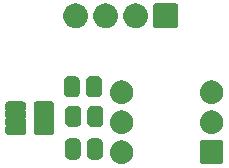
<source format=gbr>
G04 #@! TF.GenerationSoftware,KiCad,Pcbnew,7.0.9*
G04 #@! TF.CreationDate,2024-02-07T11:32:08+05:45*
G04 #@! TF.ProjectId,OBC-v4.0,4f42432d-7634-42e3-902e-6b696361645f,rev?*
G04 #@! TF.SameCoordinates,Original*
G04 #@! TF.FileFunction,Soldermask,Top*
G04 #@! TF.FilePolarity,Negative*
%FSLAX46Y46*%
G04 Gerber Fmt 4.6, Leading zero omitted, Abs format (unit mm)*
G04 Created by KiCad (PCBNEW 7.0.9) date 2024-02-07 11:32:08*
%MOMM*%
%LPD*%
G01*
G04 APERTURE LIST*
G04 APERTURE END LIST*
G36*
X119181224Y-94119799D02*
G01*
X119224718Y-94119799D01*
X119273158Y-94128853D01*
X119327590Y-94134215D01*
X119368938Y-94146757D01*
X119406018Y-94153689D01*
X119457368Y-94173582D01*
X119515183Y-94191120D01*
X119548220Y-94208778D01*
X119578001Y-94220316D01*
X119629745Y-94252354D01*
X119688070Y-94283530D01*
X119712576Y-94303641D01*
X119734811Y-94317409D01*
X119784075Y-94362319D01*
X119839607Y-94407893D01*
X119856063Y-94427945D01*
X119871111Y-94441663D01*
X119914797Y-94499513D01*
X119963970Y-94559430D01*
X119973477Y-94577218D01*
X119982262Y-94588850D01*
X120017213Y-94659040D01*
X120056380Y-94732317D01*
X120060556Y-94746086D01*
X120064472Y-94753949D01*
X120087605Y-94835255D01*
X120113285Y-94919910D01*
X120114128Y-94928473D01*
X120114946Y-94931347D01*
X120123443Y-95023047D01*
X120132500Y-95115000D01*
X120123442Y-95206960D01*
X120114946Y-95298652D01*
X120114128Y-95301524D01*
X120113285Y-95310090D01*
X120087600Y-95394759D01*
X120064472Y-95476050D01*
X120060557Y-95483911D01*
X120056380Y-95497683D01*
X120017205Y-95570972D01*
X119982262Y-95641149D01*
X119973479Y-95652778D01*
X119963970Y-95670570D01*
X119914788Y-95730498D01*
X119871111Y-95788336D01*
X119856066Y-95802050D01*
X119839607Y-95822107D01*
X119784064Y-95867689D01*
X119734811Y-95912590D01*
X119712581Y-95926354D01*
X119688070Y-95946470D01*
X119629733Y-95977651D01*
X119578001Y-96009683D01*
X119548227Y-96021217D01*
X119515183Y-96038880D01*
X119457356Y-96056421D01*
X119406018Y-96076310D01*
X119368945Y-96083240D01*
X119327590Y-96095785D01*
X119273155Y-96101146D01*
X119224718Y-96110201D01*
X119181224Y-96110201D01*
X119132500Y-96115000D01*
X119083776Y-96110201D01*
X119040282Y-96110201D01*
X118991843Y-96101146D01*
X118937410Y-96095785D01*
X118896055Y-96083240D01*
X118858981Y-96076310D01*
X118807639Y-96056419D01*
X118749817Y-96038880D01*
X118716775Y-96021218D01*
X118686998Y-96009683D01*
X118635259Y-95977647D01*
X118576930Y-95946470D01*
X118552421Y-95926356D01*
X118530188Y-95912590D01*
X118480925Y-95867681D01*
X118425393Y-95822107D01*
X118408936Y-95802054D01*
X118393888Y-95788336D01*
X118350199Y-95730482D01*
X118301030Y-95670570D01*
X118291522Y-95652783D01*
X118282737Y-95641149D01*
X118247779Y-95570945D01*
X118208620Y-95497683D01*
X118204443Y-95483916D01*
X118200527Y-95476050D01*
X118177382Y-95394706D01*
X118151715Y-95310090D01*
X118150871Y-95301530D01*
X118150053Y-95298652D01*
X118141540Y-95206788D01*
X118132500Y-95115000D01*
X118141539Y-95023219D01*
X118150053Y-94931347D01*
X118150872Y-94928468D01*
X118151715Y-94919910D01*
X118177378Y-94835308D01*
X118200527Y-94753949D01*
X118204444Y-94746081D01*
X118208620Y-94732317D01*
X118247772Y-94659068D01*
X118282737Y-94588850D01*
X118291524Y-94577213D01*
X118301030Y-94559430D01*
X118350189Y-94499528D01*
X118393888Y-94441663D01*
X118408939Y-94427941D01*
X118425393Y-94407893D01*
X118480914Y-94362327D01*
X118530188Y-94317409D01*
X118552426Y-94303639D01*
X118576930Y-94283530D01*
X118635247Y-94252358D01*
X118686998Y-94220316D01*
X118716782Y-94208777D01*
X118749817Y-94191120D01*
X118807627Y-94173583D01*
X118858981Y-94153689D01*
X118896062Y-94146757D01*
X118937410Y-94134215D01*
X118991840Y-94128853D01*
X119040282Y-94119799D01*
X119083776Y-94119799D01*
X119132500Y-94115000D01*
X119181224Y-94119799D01*
G37*
G36*
X127568543Y-94118191D02*
G01*
X127601227Y-94122494D01*
X127609448Y-94126327D01*
X127629037Y-94130224D01*
X127654980Y-94147559D01*
X127666108Y-94152748D01*
X127672878Y-94159518D01*
X127693921Y-94173579D01*
X127707981Y-94194621D01*
X127714751Y-94201391D01*
X127719938Y-94212516D01*
X127737276Y-94238463D01*
X127741172Y-94258053D01*
X127745005Y-94266272D01*
X127749306Y-94298945D01*
X127752500Y-94315000D01*
X127752500Y-95915000D01*
X127749305Y-95931058D01*
X127745005Y-95963727D01*
X127741173Y-95971944D01*
X127737276Y-95991537D01*
X127719937Y-96017485D01*
X127714751Y-96028608D01*
X127707983Y-96035375D01*
X127693921Y-96056421D01*
X127672875Y-96070483D01*
X127666108Y-96077251D01*
X127654985Y-96082437D01*
X127629037Y-96099776D01*
X127609444Y-96103673D01*
X127601227Y-96107505D01*
X127568556Y-96111806D01*
X127552500Y-96115000D01*
X125952500Y-96115000D01*
X125936443Y-96111806D01*
X125903772Y-96107505D01*
X125895553Y-96103672D01*
X125875963Y-96099776D01*
X125850016Y-96082438D01*
X125838891Y-96077251D01*
X125832121Y-96070481D01*
X125811079Y-96056421D01*
X125797018Y-96035378D01*
X125790248Y-96028608D01*
X125785059Y-96017480D01*
X125767724Y-95991537D01*
X125763827Y-95971948D01*
X125759994Y-95963727D01*
X125755690Y-95931041D01*
X125752500Y-95915000D01*
X125752500Y-94315000D01*
X125755690Y-94298958D01*
X125759994Y-94266272D01*
X125763827Y-94258049D01*
X125767724Y-94238463D01*
X125785057Y-94212521D01*
X125790248Y-94201391D01*
X125797020Y-94194618D01*
X125811079Y-94173579D01*
X125832118Y-94159520D01*
X125838891Y-94152748D01*
X125850021Y-94147557D01*
X125875963Y-94130224D01*
X125895549Y-94126327D01*
X125903772Y-94122494D01*
X125936460Y-94118190D01*
X125952500Y-94115000D01*
X127552500Y-94115000D01*
X127568543Y-94118191D01*
G37*
G36*
X115326248Y-93947736D02*
G01*
X115345510Y-93954476D01*
X115358323Y-93956163D01*
X115401823Y-93974181D01*
X115451100Y-93991424D01*
X115460883Y-93998644D01*
X115465086Y-94000385D01*
X115511507Y-94036006D01*
X115557529Y-94069971D01*
X115591499Y-94116000D01*
X115627114Y-94162413D01*
X115628854Y-94166615D01*
X115636076Y-94176400D01*
X115653321Y-94225685D01*
X115671336Y-94269176D01*
X115673022Y-94281986D01*
X115679764Y-94301252D01*
X115687500Y-94383750D01*
X115687500Y-95296250D01*
X115679764Y-95378748D01*
X115673022Y-95398014D01*
X115671336Y-95410823D01*
X115653324Y-95454308D01*
X115636076Y-95503600D01*
X115628853Y-95513386D01*
X115627114Y-95517586D01*
X115591518Y-95563973D01*
X115557529Y-95610029D01*
X115511473Y-95644018D01*
X115465086Y-95679614D01*
X115460886Y-95681353D01*
X115451100Y-95688576D01*
X115401808Y-95705824D01*
X115358323Y-95723836D01*
X115345514Y-95725522D01*
X115326248Y-95732264D01*
X115243750Y-95740000D01*
X114756250Y-95740000D01*
X114673752Y-95732264D01*
X114654485Y-95725522D01*
X114641676Y-95723836D01*
X114598185Y-95705821D01*
X114548900Y-95688576D01*
X114539115Y-95681354D01*
X114534913Y-95679614D01*
X114488500Y-95643999D01*
X114442471Y-95610029D01*
X114408506Y-95564007D01*
X114372885Y-95517586D01*
X114371144Y-95513383D01*
X114363924Y-95503600D01*
X114346681Y-95454323D01*
X114328663Y-95410823D01*
X114326976Y-95398009D01*
X114320236Y-95378748D01*
X114312500Y-95296250D01*
X114312500Y-94383750D01*
X114320236Y-94301252D01*
X114326975Y-94281990D01*
X114328663Y-94269176D01*
X114346683Y-94225669D01*
X114363924Y-94176400D01*
X114371143Y-94166618D01*
X114372885Y-94162413D01*
X114408525Y-94115966D01*
X114442471Y-94069971D01*
X114488466Y-94036025D01*
X114534913Y-94000385D01*
X114539118Y-93998643D01*
X114548900Y-93991424D01*
X114598169Y-93974183D01*
X114641676Y-93956163D01*
X114654490Y-93954475D01*
X114673752Y-93947736D01*
X114756250Y-93940000D01*
X115243750Y-93940000D01*
X115326248Y-93947736D01*
G37*
G36*
X117201248Y-93947736D02*
G01*
X117220510Y-93954476D01*
X117233323Y-93956163D01*
X117276823Y-93974181D01*
X117326100Y-93991424D01*
X117335883Y-93998644D01*
X117340086Y-94000385D01*
X117386507Y-94036006D01*
X117432529Y-94069971D01*
X117466499Y-94116000D01*
X117502114Y-94162413D01*
X117503854Y-94166615D01*
X117511076Y-94176400D01*
X117528321Y-94225685D01*
X117546336Y-94269176D01*
X117548022Y-94281986D01*
X117554764Y-94301252D01*
X117562500Y-94383750D01*
X117562500Y-95296250D01*
X117554764Y-95378748D01*
X117548022Y-95398014D01*
X117546336Y-95410823D01*
X117528324Y-95454308D01*
X117511076Y-95503600D01*
X117503853Y-95513386D01*
X117502114Y-95517586D01*
X117466518Y-95563973D01*
X117432529Y-95610029D01*
X117386473Y-95644018D01*
X117340086Y-95679614D01*
X117335886Y-95681353D01*
X117326100Y-95688576D01*
X117276808Y-95705824D01*
X117233323Y-95723836D01*
X117220514Y-95725522D01*
X117201248Y-95732264D01*
X117118750Y-95740000D01*
X116631250Y-95740000D01*
X116548752Y-95732264D01*
X116529485Y-95725522D01*
X116516676Y-95723836D01*
X116473185Y-95705821D01*
X116423900Y-95688576D01*
X116414115Y-95681354D01*
X116409913Y-95679614D01*
X116363500Y-95643999D01*
X116317471Y-95610029D01*
X116283506Y-95564007D01*
X116247885Y-95517586D01*
X116246144Y-95513383D01*
X116238924Y-95503600D01*
X116221681Y-95454323D01*
X116203663Y-95410823D01*
X116201976Y-95398009D01*
X116195236Y-95378748D01*
X116187500Y-95296250D01*
X116187500Y-94383750D01*
X116195236Y-94301252D01*
X116201975Y-94281990D01*
X116203663Y-94269176D01*
X116221683Y-94225669D01*
X116238924Y-94176400D01*
X116246143Y-94166618D01*
X116247885Y-94162413D01*
X116283525Y-94115966D01*
X116317471Y-94069971D01*
X116363466Y-94036025D01*
X116409913Y-94000385D01*
X116414118Y-93998643D01*
X116423900Y-93991424D01*
X116473169Y-93974183D01*
X116516676Y-93956163D01*
X116529490Y-93954475D01*
X116548752Y-93947736D01*
X116631250Y-93940000D01*
X117118750Y-93940000D01*
X117201248Y-93947736D01*
G37*
G36*
X110837643Y-90826691D02*
G01*
X110870327Y-90830994D01*
X110878548Y-90834827D01*
X110898137Y-90838724D01*
X110924080Y-90856059D01*
X110935208Y-90861248D01*
X110941978Y-90868018D01*
X110963021Y-90882079D01*
X110977081Y-90903121D01*
X110983851Y-90909891D01*
X110989038Y-90921016D01*
X111006376Y-90946963D01*
X111010272Y-90966553D01*
X111014105Y-90974772D01*
X111018406Y-91007445D01*
X111021600Y-91023500D01*
X111021600Y-91455300D01*
X111018406Y-91471352D01*
X111014106Y-91504025D01*
X111010272Y-91512245D01*
X111006376Y-91531837D01*
X110996451Y-91546690D01*
X110996451Y-91592509D01*
X111006376Y-91607363D01*
X111010272Y-91626953D01*
X111014106Y-91635174D01*
X111018407Y-91667850D01*
X111021600Y-91683900D01*
X111021600Y-92115700D01*
X111018406Y-92131752D01*
X111014106Y-92164425D01*
X111010272Y-92172645D01*
X111006376Y-92192237D01*
X110996451Y-92207090D01*
X110996451Y-92252909D01*
X111006376Y-92267763D01*
X111010272Y-92287353D01*
X111014106Y-92295574D01*
X111018407Y-92328250D01*
X111021600Y-92344300D01*
X111021600Y-92776100D01*
X111018406Y-92792152D01*
X111014106Y-92824825D01*
X111010272Y-92833045D01*
X111006376Y-92852637D01*
X110996451Y-92867490D01*
X110996451Y-92913309D01*
X111006376Y-92928163D01*
X111010272Y-92947753D01*
X111014106Y-92955974D01*
X111018407Y-92988650D01*
X111021600Y-93004700D01*
X111021600Y-93436500D01*
X111018405Y-93452557D01*
X111014105Y-93485227D01*
X111010273Y-93493444D01*
X111006376Y-93513037D01*
X110989037Y-93538985D01*
X110983851Y-93550108D01*
X110977083Y-93556875D01*
X110963021Y-93577921D01*
X110941975Y-93591983D01*
X110935208Y-93598751D01*
X110924085Y-93603937D01*
X110898137Y-93621276D01*
X110878544Y-93625173D01*
X110870327Y-93629005D01*
X110837656Y-93633306D01*
X110821600Y-93636500D01*
X109500800Y-93636500D01*
X109484743Y-93633306D01*
X109452072Y-93629005D01*
X109443853Y-93625172D01*
X109424263Y-93621276D01*
X109398316Y-93603938D01*
X109387191Y-93598751D01*
X109380421Y-93591981D01*
X109359379Y-93577921D01*
X109345318Y-93556878D01*
X109338548Y-93550108D01*
X109333359Y-93538980D01*
X109316024Y-93513037D01*
X109312127Y-93493448D01*
X109308294Y-93485227D01*
X109303990Y-93452541D01*
X109300800Y-93436500D01*
X109300800Y-93004700D01*
X109303990Y-92988660D01*
X109308294Y-92955971D01*
X109312128Y-92947747D01*
X109316024Y-92928163D01*
X109325948Y-92913310D01*
X109325948Y-92867489D01*
X109316024Y-92852637D01*
X109312128Y-92833050D01*
X109308294Y-92824828D01*
X109303990Y-92792140D01*
X109300800Y-92776100D01*
X109300800Y-92344300D01*
X109303990Y-92328260D01*
X109308294Y-92295571D01*
X109312128Y-92287347D01*
X109316024Y-92267763D01*
X109325948Y-92252910D01*
X109325948Y-92207089D01*
X109316024Y-92192237D01*
X109312128Y-92172650D01*
X109308294Y-92164428D01*
X109303990Y-92131740D01*
X109300800Y-92115700D01*
X109300800Y-91683900D01*
X109303990Y-91667860D01*
X109308294Y-91635171D01*
X109312128Y-91626947D01*
X109316024Y-91607363D01*
X109325948Y-91592510D01*
X109325948Y-91546689D01*
X109316024Y-91531837D01*
X109312128Y-91512250D01*
X109308294Y-91504028D01*
X109303990Y-91471340D01*
X109300800Y-91455300D01*
X109300800Y-91023500D01*
X109303990Y-91007459D01*
X109308294Y-90974772D01*
X109312127Y-90966549D01*
X109316024Y-90946963D01*
X109333357Y-90921021D01*
X109338548Y-90909891D01*
X109345320Y-90903118D01*
X109359379Y-90882079D01*
X109380418Y-90868020D01*
X109387191Y-90861248D01*
X109398321Y-90856057D01*
X109424263Y-90838724D01*
X109443849Y-90834827D01*
X109452072Y-90830994D01*
X109484760Y-90826690D01*
X109500800Y-90823500D01*
X110821600Y-90823500D01*
X110837643Y-90826691D01*
G37*
G36*
X113225243Y-90826691D02*
G01*
X113257927Y-90830994D01*
X113266148Y-90834827D01*
X113285737Y-90838724D01*
X113311680Y-90856059D01*
X113322808Y-90861248D01*
X113329578Y-90868018D01*
X113350621Y-90882079D01*
X113364681Y-90903121D01*
X113371451Y-90909891D01*
X113376638Y-90921016D01*
X113393976Y-90946963D01*
X113397872Y-90966553D01*
X113401705Y-90974772D01*
X113406006Y-91007445D01*
X113409200Y-91023500D01*
X113409200Y-91455300D01*
X113406006Y-91471352D01*
X113401706Y-91504025D01*
X113397872Y-91512245D01*
X113393976Y-91531837D01*
X113384051Y-91546690D01*
X113384051Y-91592509D01*
X113393976Y-91607363D01*
X113397872Y-91626953D01*
X113401706Y-91635174D01*
X113406007Y-91667850D01*
X113409200Y-91683900D01*
X113409200Y-92115700D01*
X113406006Y-92131752D01*
X113401706Y-92164425D01*
X113397872Y-92172645D01*
X113393976Y-92192237D01*
X113384051Y-92207090D01*
X113384051Y-92252909D01*
X113393976Y-92267763D01*
X113397872Y-92287353D01*
X113401706Y-92295574D01*
X113406007Y-92328250D01*
X113409200Y-92344300D01*
X113409200Y-92776100D01*
X113406006Y-92792152D01*
X113401706Y-92824825D01*
X113397872Y-92833045D01*
X113393976Y-92852637D01*
X113384051Y-92867490D01*
X113384051Y-92913309D01*
X113393976Y-92928163D01*
X113397872Y-92947753D01*
X113401706Y-92955974D01*
X113406007Y-92988650D01*
X113409200Y-93004700D01*
X113409200Y-93436500D01*
X113406005Y-93452557D01*
X113401705Y-93485227D01*
X113397873Y-93493444D01*
X113393976Y-93513037D01*
X113376637Y-93538985D01*
X113371451Y-93550108D01*
X113364683Y-93556875D01*
X113350621Y-93577921D01*
X113329575Y-93591983D01*
X113322808Y-93598751D01*
X113311685Y-93603937D01*
X113285737Y-93621276D01*
X113266144Y-93625173D01*
X113257927Y-93629005D01*
X113225256Y-93633306D01*
X113209200Y-93636500D01*
X111888400Y-93636500D01*
X111872343Y-93633306D01*
X111839672Y-93629005D01*
X111831453Y-93625172D01*
X111811863Y-93621276D01*
X111785916Y-93603938D01*
X111774791Y-93598751D01*
X111768021Y-93591981D01*
X111746979Y-93577921D01*
X111732918Y-93556878D01*
X111726148Y-93550108D01*
X111720959Y-93538980D01*
X111703624Y-93513037D01*
X111699727Y-93493448D01*
X111695894Y-93485227D01*
X111691590Y-93452541D01*
X111688400Y-93436500D01*
X111688400Y-93004700D01*
X111691590Y-92988660D01*
X111695894Y-92955971D01*
X111699728Y-92947747D01*
X111703624Y-92928163D01*
X111713548Y-92913310D01*
X111713548Y-92867489D01*
X111703624Y-92852637D01*
X111699728Y-92833050D01*
X111695894Y-92824828D01*
X111691590Y-92792140D01*
X111688400Y-92776100D01*
X111688400Y-92344300D01*
X111691590Y-92328260D01*
X111695894Y-92295571D01*
X111699728Y-92287347D01*
X111703624Y-92267763D01*
X111713548Y-92252910D01*
X111713548Y-92207089D01*
X111703624Y-92192237D01*
X111699728Y-92172650D01*
X111695894Y-92164428D01*
X111691590Y-92131740D01*
X111688400Y-92115700D01*
X111688400Y-91683900D01*
X111691590Y-91667860D01*
X111695894Y-91635171D01*
X111699728Y-91626947D01*
X111703624Y-91607363D01*
X111713548Y-91592510D01*
X111713548Y-91546689D01*
X111703624Y-91531837D01*
X111699728Y-91512250D01*
X111695894Y-91504028D01*
X111691590Y-91471340D01*
X111688400Y-91455300D01*
X111688400Y-91023500D01*
X111691590Y-91007459D01*
X111695894Y-90974772D01*
X111699727Y-90966549D01*
X111703624Y-90946963D01*
X111720957Y-90921021D01*
X111726148Y-90909891D01*
X111732920Y-90903118D01*
X111746979Y-90882079D01*
X111768018Y-90868020D01*
X111774791Y-90861248D01*
X111785921Y-90856057D01*
X111811863Y-90838724D01*
X111831449Y-90834827D01*
X111839672Y-90830994D01*
X111872360Y-90826690D01*
X111888400Y-90823500D01*
X113209200Y-90823500D01*
X113225243Y-90826691D01*
G37*
G36*
X119181224Y-91579799D02*
G01*
X119224718Y-91579799D01*
X119273158Y-91588853D01*
X119327590Y-91594215D01*
X119368938Y-91606757D01*
X119406018Y-91613689D01*
X119457368Y-91633582D01*
X119515183Y-91651120D01*
X119548220Y-91668778D01*
X119578001Y-91680316D01*
X119629745Y-91712354D01*
X119688070Y-91743530D01*
X119712576Y-91763641D01*
X119734811Y-91777409D01*
X119784075Y-91822319D01*
X119839607Y-91867893D01*
X119856063Y-91887945D01*
X119871111Y-91901663D01*
X119914797Y-91959513D01*
X119963970Y-92019430D01*
X119973477Y-92037218D01*
X119982262Y-92048850D01*
X120017213Y-92119040D01*
X120056380Y-92192317D01*
X120060556Y-92206086D01*
X120064472Y-92213949D01*
X120087605Y-92295255D01*
X120113285Y-92379910D01*
X120114128Y-92388473D01*
X120114946Y-92391347D01*
X120123443Y-92483047D01*
X120132500Y-92575000D01*
X120123442Y-92666960D01*
X120114946Y-92758652D01*
X120114128Y-92761524D01*
X120113285Y-92770090D01*
X120087600Y-92854759D01*
X120064472Y-92936050D01*
X120060557Y-92943911D01*
X120056380Y-92957683D01*
X120017205Y-93030972D01*
X119982262Y-93101149D01*
X119973479Y-93112778D01*
X119963970Y-93130570D01*
X119914788Y-93190498D01*
X119871111Y-93248336D01*
X119856066Y-93262050D01*
X119839607Y-93282107D01*
X119784064Y-93327689D01*
X119734811Y-93372590D01*
X119712581Y-93386354D01*
X119688070Y-93406470D01*
X119629733Y-93437651D01*
X119578001Y-93469683D01*
X119548227Y-93481217D01*
X119515183Y-93498880D01*
X119457356Y-93516421D01*
X119406018Y-93536310D01*
X119368945Y-93543240D01*
X119327590Y-93555785D01*
X119273155Y-93561146D01*
X119224718Y-93570201D01*
X119181224Y-93570201D01*
X119132500Y-93575000D01*
X119083776Y-93570201D01*
X119040282Y-93570201D01*
X118991843Y-93561146D01*
X118937410Y-93555785D01*
X118896055Y-93543240D01*
X118858981Y-93536310D01*
X118807639Y-93516419D01*
X118749817Y-93498880D01*
X118716775Y-93481218D01*
X118686998Y-93469683D01*
X118635259Y-93437647D01*
X118576930Y-93406470D01*
X118552421Y-93386356D01*
X118530188Y-93372590D01*
X118480925Y-93327681D01*
X118425393Y-93282107D01*
X118408936Y-93262054D01*
X118393888Y-93248336D01*
X118350199Y-93190482D01*
X118301030Y-93130570D01*
X118291522Y-93112783D01*
X118282737Y-93101149D01*
X118247779Y-93030945D01*
X118208620Y-92957683D01*
X118204443Y-92943916D01*
X118200527Y-92936050D01*
X118177382Y-92854706D01*
X118151715Y-92770090D01*
X118150871Y-92761530D01*
X118150053Y-92758652D01*
X118141540Y-92666788D01*
X118132500Y-92575000D01*
X118141539Y-92483219D01*
X118150053Y-92391347D01*
X118150872Y-92388468D01*
X118151715Y-92379910D01*
X118177378Y-92295308D01*
X118200527Y-92213949D01*
X118204444Y-92206081D01*
X118208620Y-92192317D01*
X118247772Y-92119068D01*
X118282737Y-92048850D01*
X118291524Y-92037213D01*
X118301030Y-92019430D01*
X118350189Y-91959528D01*
X118393888Y-91901663D01*
X118408939Y-91887941D01*
X118425393Y-91867893D01*
X118480914Y-91822327D01*
X118530188Y-91777409D01*
X118552426Y-91763639D01*
X118576930Y-91743530D01*
X118635247Y-91712358D01*
X118686998Y-91680316D01*
X118716782Y-91668777D01*
X118749817Y-91651120D01*
X118807627Y-91633583D01*
X118858981Y-91613689D01*
X118896062Y-91606757D01*
X118937410Y-91594215D01*
X118991840Y-91588853D01*
X119040282Y-91579799D01*
X119083776Y-91579799D01*
X119132500Y-91575000D01*
X119181224Y-91579799D01*
G37*
G36*
X126801224Y-91579799D02*
G01*
X126844718Y-91579799D01*
X126893158Y-91588853D01*
X126947590Y-91594215D01*
X126988938Y-91606757D01*
X127026018Y-91613689D01*
X127077368Y-91633582D01*
X127135183Y-91651120D01*
X127168220Y-91668778D01*
X127198001Y-91680316D01*
X127249745Y-91712354D01*
X127308070Y-91743530D01*
X127332576Y-91763641D01*
X127354811Y-91777409D01*
X127404075Y-91822319D01*
X127459607Y-91867893D01*
X127476063Y-91887945D01*
X127491111Y-91901663D01*
X127534797Y-91959513D01*
X127583970Y-92019430D01*
X127593477Y-92037218D01*
X127602262Y-92048850D01*
X127637213Y-92119040D01*
X127676380Y-92192317D01*
X127680556Y-92206086D01*
X127684472Y-92213949D01*
X127707605Y-92295255D01*
X127733285Y-92379910D01*
X127734128Y-92388473D01*
X127734946Y-92391347D01*
X127743443Y-92483047D01*
X127752500Y-92575000D01*
X127743442Y-92666960D01*
X127734946Y-92758652D01*
X127734128Y-92761524D01*
X127733285Y-92770090D01*
X127707600Y-92854759D01*
X127684472Y-92936050D01*
X127680557Y-92943911D01*
X127676380Y-92957683D01*
X127637205Y-93030972D01*
X127602262Y-93101149D01*
X127593479Y-93112778D01*
X127583970Y-93130570D01*
X127534788Y-93190498D01*
X127491111Y-93248336D01*
X127476066Y-93262050D01*
X127459607Y-93282107D01*
X127404064Y-93327689D01*
X127354811Y-93372590D01*
X127332581Y-93386354D01*
X127308070Y-93406470D01*
X127249733Y-93437651D01*
X127198001Y-93469683D01*
X127168227Y-93481217D01*
X127135183Y-93498880D01*
X127077356Y-93516421D01*
X127026018Y-93536310D01*
X126988945Y-93543240D01*
X126947590Y-93555785D01*
X126893155Y-93561146D01*
X126844718Y-93570201D01*
X126801224Y-93570201D01*
X126752500Y-93575000D01*
X126703776Y-93570201D01*
X126660282Y-93570201D01*
X126611843Y-93561146D01*
X126557410Y-93555785D01*
X126516055Y-93543240D01*
X126478981Y-93536310D01*
X126427639Y-93516419D01*
X126369817Y-93498880D01*
X126336775Y-93481218D01*
X126306998Y-93469683D01*
X126255259Y-93437647D01*
X126196930Y-93406470D01*
X126172421Y-93386356D01*
X126150188Y-93372590D01*
X126100925Y-93327681D01*
X126045393Y-93282107D01*
X126028936Y-93262054D01*
X126013888Y-93248336D01*
X125970199Y-93190482D01*
X125921030Y-93130570D01*
X125911522Y-93112783D01*
X125902737Y-93101149D01*
X125867779Y-93030945D01*
X125828620Y-92957683D01*
X125824443Y-92943916D01*
X125820527Y-92936050D01*
X125797382Y-92854706D01*
X125771715Y-92770090D01*
X125770871Y-92761530D01*
X125770053Y-92758652D01*
X125761540Y-92666788D01*
X125752500Y-92575000D01*
X125761539Y-92483219D01*
X125770053Y-92391347D01*
X125770872Y-92388468D01*
X125771715Y-92379910D01*
X125797378Y-92295308D01*
X125820527Y-92213949D01*
X125824444Y-92206081D01*
X125828620Y-92192317D01*
X125867772Y-92119068D01*
X125902737Y-92048850D01*
X125911524Y-92037213D01*
X125921030Y-92019430D01*
X125970189Y-91959528D01*
X126013888Y-91901663D01*
X126028939Y-91887941D01*
X126045393Y-91867893D01*
X126100914Y-91822327D01*
X126150188Y-91777409D01*
X126172426Y-91763639D01*
X126196930Y-91743530D01*
X126255247Y-91712358D01*
X126306998Y-91680316D01*
X126336782Y-91668777D01*
X126369817Y-91651120D01*
X126427627Y-91633583D01*
X126478981Y-91613689D01*
X126516062Y-91606757D01*
X126557410Y-91594215D01*
X126611840Y-91588853D01*
X126660282Y-91579799D01*
X126703776Y-91579799D01*
X126752500Y-91575000D01*
X126801224Y-91579799D01*
G37*
G36*
X115356248Y-91187736D02*
G01*
X115375510Y-91194476D01*
X115388323Y-91196163D01*
X115431823Y-91214181D01*
X115481100Y-91231424D01*
X115490883Y-91238644D01*
X115495086Y-91240385D01*
X115541507Y-91276006D01*
X115587529Y-91309971D01*
X115621499Y-91356000D01*
X115657114Y-91402413D01*
X115658854Y-91406615D01*
X115666076Y-91416400D01*
X115683321Y-91465685D01*
X115701336Y-91509176D01*
X115703022Y-91521986D01*
X115709764Y-91541252D01*
X115717500Y-91623750D01*
X115717500Y-92536250D01*
X115709764Y-92618748D01*
X115703022Y-92638014D01*
X115701336Y-92650823D01*
X115683324Y-92694308D01*
X115666076Y-92743600D01*
X115658853Y-92753386D01*
X115657114Y-92757586D01*
X115621518Y-92803973D01*
X115587529Y-92850029D01*
X115541473Y-92884018D01*
X115495086Y-92919614D01*
X115490886Y-92921353D01*
X115481100Y-92928576D01*
X115431808Y-92945824D01*
X115388323Y-92963836D01*
X115375514Y-92965522D01*
X115356248Y-92972264D01*
X115273750Y-92980000D01*
X114786250Y-92980000D01*
X114703752Y-92972264D01*
X114684485Y-92965522D01*
X114671676Y-92963836D01*
X114628185Y-92945821D01*
X114578900Y-92928576D01*
X114569115Y-92921354D01*
X114564913Y-92919614D01*
X114518500Y-92883999D01*
X114472471Y-92850029D01*
X114438506Y-92804007D01*
X114402885Y-92757586D01*
X114401144Y-92753383D01*
X114393924Y-92743600D01*
X114376681Y-92694323D01*
X114358663Y-92650823D01*
X114356976Y-92638009D01*
X114350236Y-92618748D01*
X114342500Y-92536250D01*
X114342500Y-91623750D01*
X114350236Y-91541252D01*
X114356975Y-91521990D01*
X114358663Y-91509176D01*
X114376683Y-91465669D01*
X114393924Y-91416400D01*
X114401143Y-91406618D01*
X114402885Y-91402413D01*
X114438525Y-91355966D01*
X114472471Y-91309971D01*
X114518466Y-91276025D01*
X114564913Y-91240385D01*
X114569118Y-91238643D01*
X114578900Y-91231424D01*
X114628169Y-91214183D01*
X114671676Y-91196163D01*
X114684490Y-91194475D01*
X114703752Y-91187736D01*
X114786250Y-91180000D01*
X115273750Y-91180000D01*
X115356248Y-91187736D01*
G37*
G36*
X117231248Y-91187736D02*
G01*
X117250510Y-91194476D01*
X117263323Y-91196163D01*
X117306823Y-91214181D01*
X117356100Y-91231424D01*
X117365883Y-91238644D01*
X117370086Y-91240385D01*
X117416507Y-91276006D01*
X117462529Y-91309971D01*
X117496499Y-91356000D01*
X117532114Y-91402413D01*
X117533854Y-91406615D01*
X117541076Y-91416400D01*
X117558321Y-91465685D01*
X117576336Y-91509176D01*
X117578022Y-91521986D01*
X117584764Y-91541252D01*
X117592500Y-91623750D01*
X117592500Y-92536250D01*
X117584764Y-92618748D01*
X117578022Y-92638014D01*
X117576336Y-92650823D01*
X117558324Y-92694308D01*
X117541076Y-92743600D01*
X117533853Y-92753386D01*
X117532114Y-92757586D01*
X117496518Y-92803973D01*
X117462529Y-92850029D01*
X117416473Y-92884018D01*
X117370086Y-92919614D01*
X117365886Y-92921353D01*
X117356100Y-92928576D01*
X117306808Y-92945824D01*
X117263323Y-92963836D01*
X117250514Y-92965522D01*
X117231248Y-92972264D01*
X117148750Y-92980000D01*
X116661250Y-92980000D01*
X116578752Y-92972264D01*
X116559485Y-92965522D01*
X116546676Y-92963836D01*
X116503185Y-92945821D01*
X116453900Y-92928576D01*
X116444115Y-92921354D01*
X116439913Y-92919614D01*
X116393500Y-92883999D01*
X116347471Y-92850029D01*
X116313506Y-92804007D01*
X116277885Y-92757586D01*
X116276144Y-92753383D01*
X116268924Y-92743600D01*
X116251681Y-92694323D01*
X116233663Y-92650823D01*
X116231976Y-92638009D01*
X116225236Y-92618748D01*
X116217500Y-92536250D01*
X116217500Y-91623750D01*
X116225236Y-91541252D01*
X116231975Y-91521990D01*
X116233663Y-91509176D01*
X116251683Y-91465669D01*
X116268924Y-91416400D01*
X116276143Y-91406618D01*
X116277885Y-91402413D01*
X116313525Y-91355966D01*
X116347471Y-91309971D01*
X116393466Y-91276025D01*
X116439913Y-91240385D01*
X116444118Y-91238643D01*
X116453900Y-91231424D01*
X116503169Y-91214183D01*
X116546676Y-91196163D01*
X116559490Y-91194475D01*
X116578752Y-91187736D01*
X116661250Y-91180000D01*
X117148750Y-91180000D01*
X117231248Y-91187736D01*
G37*
G36*
X119181224Y-89039799D02*
G01*
X119224718Y-89039799D01*
X119273158Y-89048853D01*
X119327590Y-89054215D01*
X119368938Y-89066757D01*
X119406018Y-89073689D01*
X119457368Y-89093582D01*
X119515183Y-89111120D01*
X119548220Y-89128778D01*
X119578001Y-89140316D01*
X119629745Y-89172354D01*
X119688070Y-89203530D01*
X119712576Y-89223641D01*
X119734811Y-89237409D01*
X119784075Y-89282319D01*
X119839607Y-89327893D01*
X119856063Y-89347945D01*
X119871111Y-89361663D01*
X119914797Y-89419513D01*
X119963970Y-89479430D01*
X119973477Y-89497218D01*
X119982262Y-89508850D01*
X120017213Y-89579040D01*
X120056380Y-89652317D01*
X120060556Y-89666086D01*
X120064472Y-89673949D01*
X120087605Y-89755255D01*
X120113285Y-89839910D01*
X120114128Y-89848473D01*
X120114946Y-89851347D01*
X120123443Y-89943047D01*
X120132500Y-90035000D01*
X120123442Y-90126960D01*
X120114946Y-90218652D01*
X120114128Y-90221524D01*
X120113285Y-90230090D01*
X120087600Y-90314759D01*
X120064472Y-90396050D01*
X120060557Y-90403911D01*
X120056380Y-90417683D01*
X120017205Y-90490972D01*
X119982262Y-90561149D01*
X119973479Y-90572778D01*
X119963970Y-90590570D01*
X119914788Y-90650498D01*
X119871111Y-90708336D01*
X119856066Y-90722050D01*
X119839607Y-90742107D01*
X119784064Y-90787689D01*
X119734811Y-90832590D01*
X119712581Y-90846354D01*
X119688070Y-90866470D01*
X119629733Y-90897651D01*
X119578001Y-90929683D01*
X119548227Y-90941217D01*
X119515183Y-90958880D01*
X119457356Y-90976421D01*
X119406018Y-90996310D01*
X119368945Y-91003240D01*
X119327590Y-91015785D01*
X119273155Y-91021146D01*
X119224718Y-91030201D01*
X119181224Y-91030201D01*
X119132500Y-91035000D01*
X119083776Y-91030201D01*
X119040282Y-91030201D01*
X118991843Y-91021146D01*
X118937410Y-91015785D01*
X118896055Y-91003240D01*
X118858981Y-90996310D01*
X118807639Y-90976419D01*
X118749817Y-90958880D01*
X118716775Y-90941218D01*
X118686998Y-90929683D01*
X118635259Y-90897647D01*
X118576930Y-90866470D01*
X118552421Y-90846356D01*
X118530188Y-90832590D01*
X118480925Y-90787681D01*
X118425393Y-90742107D01*
X118408936Y-90722054D01*
X118393888Y-90708336D01*
X118350199Y-90650482D01*
X118301030Y-90590570D01*
X118291522Y-90572783D01*
X118282737Y-90561149D01*
X118247779Y-90490945D01*
X118208620Y-90417683D01*
X118204443Y-90403916D01*
X118200527Y-90396050D01*
X118177382Y-90314706D01*
X118151715Y-90230090D01*
X118150871Y-90221530D01*
X118150053Y-90218652D01*
X118141540Y-90126788D01*
X118132500Y-90035000D01*
X118141539Y-89943219D01*
X118150053Y-89851347D01*
X118150872Y-89848468D01*
X118151715Y-89839910D01*
X118177378Y-89755308D01*
X118200527Y-89673949D01*
X118204444Y-89666081D01*
X118208620Y-89652317D01*
X118247772Y-89579068D01*
X118282737Y-89508850D01*
X118291524Y-89497213D01*
X118301030Y-89479430D01*
X118350189Y-89419528D01*
X118393888Y-89361663D01*
X118408939Y-89347941D01*
X118425393Y-89327893D01*
X118480914Y-89282327D01*
X118530188Y-89237409D01*
X118552426Y-89223639D01*
X118576930Y-89203530D01*
X118635247Y-89172358D01*
X118686998Y-89140316D01*
X118716782Y-89128777D01*
X118749817Y-89111120D01*
X118807627Y-89093583D01*
X118858981Y-89073689D01*
X118896062Y-89066757D01*
X118937410Y-89054215D01*
X118991840Y-89048853D01*
X119040282Y-89039799D01*
X119083776Y-89039799D01*
X119132500Y-89035000D01*
X119181224Y-89039799D01*
G37*
G36*
X126801224Y-89039799D02*
G01*
X126844718Y-89039799D01*
X126893158Y-89048853D01*
X126947590Y-89054215D01*
X126988938Y-89066757D01*
X127026018Y-89073689D01*
X127077368Y-89093582D01*
X127135183Y-89111120D01*
X127168220Y-89128778D01*
X127198001Y-89140316D01*
X127249745Y-89172354D01*
X127308070Y-89203530D01*
X127332576Y-89223641D01*
X127354811Y-89237409D01*
X127404075Y-89282319D01*
X127459607Y-89327893D01*
X127476063Y-89347945D01*
X127491111Y-89361663D01*
X127534797Y-89419513D01*
X127583970Y-89479430D01*
X127593477Y-89497218D01*
X127602262Y-89508850D01*
X127637213Y-89579040D01*
X127676380Y-89652317D01*
X127680556Y-89666086D01*
X127684472Y-89673949D01*
X127707605Y-89755255D01*
X127733285Y-89839910D01*
X127734128Y-89848473D01*
X127734946Y-89851347D01*
X127743443Y-89943047D01*
X127752500Y-90035000D01*
X127743442Y-90126960D01*
X127734946Y-90218652D01*
X127734128Y-90221524D01*
X127733285Y-90230090D01*
X127707600Y-90314759D01*
X127684472Y-90396050D01*
X127680557Y-90403911D01*
X127676380Y-90417683D01*
X127637205Y-90490972D01*
X127602262Y-90561149D01*
X127593479Y-90572778D01*
X127583970Y-90590570D01*
X127534788Y-90650498D01*
X127491111Y-90708336D01*
X127476066Y-90722050D01*
X127459607Y-90742107D01*
X127404064Y-90787689D01*
X127354811Y-90832590D01*
X127332581Y-90846354D01*
X127308070Y-90866470D01*
X127249733Y-90897651D01*
X127198001Y-90929683D01*
X127168227Y-90941217D01*
X127135183Y-90958880D01*
X127077356Y-90976421D01*
X127026018Y-90996310D01*
X126988945Y-91003240D01*
X126947590Y-91015785D01*
X126893155Y-91021146D01*
X126844718Y-91030201D01*
X126801224Y-91030201D01*
X126752500Y-91035000D01*
X126703776Y-91030201D01*
X126660282Y-91030201D01*
X126611843Y-91021146D01*
X126557410Y-91015785D01*
X126516055Y-91003240D01*
X126478981Y-90996310D01*
X126427639Y-90976419D01*
X126369817Y-90958880D01*
X126336775Y-90941218D01*
X126306998Y-90929683D01*
X126255259Y-90897647D01*
X126196930Y-90866470D01*
X126172421Y-90846356D01*
X126150188Y-90832590D01*
X126100925Y-90787681D01*
X126045393Y-90742107D01*
X126028936Y-90722054D01*
X126013888Y-90708336D01*
X125970199Y-90650482D01*
X125921030Y-90590570D01*
X125911522Y-90572783D01*
X125902737Y-90561149D01*
X125867779Y-90490945D01*
X125828620Y-90417683D01*
X125824443Y-90403916D01*
X125820527Y-90396050D01*
X125797382Y-90314706D01*
X125771715Y-90230090D01*
X125770871Y-90221530D01*
X125770053Y-90218652D01*
X125761540Y-90126788D01*
X125752500Y-90035000D01*
X125761539Y-89943219D01*
X125770053Y-89851347D01*
X125770872Y-89848468D01*
X125771715Y-89839910D01*
X125797378Y-89755308D01*
X125820527Y-89673949D01*
X125824444Y-89666081D01*
X125828620Y-89652317D01*
X125867772Y-89579068D01*
X125902737Y-89508850D01*
X125911524Y-89497213D01*
X125921030Y-89479430D01*
X125970189Y-89419528D01*
X126013888Y-89361663D01*
X126028939Y-89347941D01*
X126045393Y-89327893D01*
X126100914Y-89282327D01*
X126150188Y-89237409D01*
X126172426Y-89223639D01*
X126196930Y-89203530D01*
X126255247Y-89172358D01*
X126306998Y-89140316D01*
X126336782Y-89128777D01*
X126369817Y-89111120D01*
X126427627Y-89093583D01*
X126478981Y-89073689D01*
X126516062Y-89066757D01*
X126557410Y-89054215D01*
X126611840Y-89048853D01*
X126660282Y-89039799D01*
X126703776Y-89039799D01*
X126752500Y-89035000D01*
X126801224Y-89039799D01*
G37*
G36*
X115236248Y-88677736D02*
G01*
X115255510Y-88684476D01*
X115268323Y-88686163D01*
X115311823Y-88704181D01*
X115361100Y-88721424D01*
X115370883Y-88728644D01*
X115375086Y-88730385D01*
X115421507Y-88766006D01*
X115467529Y-88799971D01*
X115501499Y-88846000D01*
X115537114Y-88892413D01*
X115538854Y-88896615D01*
X115546076Y-88906400D01*
X115563321Y-88955685D01*
X115581336Y-88999176D01*
X115583022Y-89011986D01*
X115589764Y-89031252D01*
X115597500Y-89113750D01*
X115597500Y-90026250D01*
X115589764Y-90108748D01*
X115583022Y-90128014D01*
X115581336Y-90140823D01*
X115563324Y-90184308D01*
X115546076Y-90233600D01*
X115538853Y-90243386D01*
X115537114Y-90247586D01*
X115501518Y-90293973D01*
X115467529Y-90340029D01*
X115421473Y-90374018D01*
X115375086Y-90409614D01*
X115370886Y-90411353D01*
X115361100Y-90418576D01*
X115311808Y-90435824D01*
X115268323Y-90453836D01*
X115255514Y-90455522D01*
X115236248Y-90462264D01*
X115153750Y-90470000D01*
X114666250Y-90470000D01*
X114583752Y-90462264D01*
X114564485Y-90455522D01*
X114551676Y-90453836D01*
X114508185Y-90435821D01*
X114458900Y-90418576D01*
X114449115Y-90411354D01*
X114444913Y-90409614D01*
X114398500Y-90373999D01*
X114352471Y-90340029D01*
X114318506Y-90294007D01*
X114282885Y-90247586D01*
X114281144Y-90243383D01*
X114273924Y-90233600D01*
X114256681Y-90184323D01*
X114238663Y-90140823D01*
X114236976Y-90128009D01*
X114230236Y-90108748D01*
X114222500Y-90026250D01*
X114222500Y-89113750D01*
X114230236Y-89031252D01*
X114236975Y-89011990D01*
X114238663Y-88999176D01*
X114256683Y-88955669D01*
X114273924Y-88906400D01*
X114281143Y-88896618D01*
X114282885Y-88892413D01*
X114318525Y-88845966D01*
X114352471Y-88799971D01*
X114398466Y-88766025D01*
X114444913Y-88730385D01*
X114449118Y-88728643D01*
X114458900Y-88721424D01*
X114508169Y-88704183D01*
X114551676Y-88686163D01*
X114564490Y-88684475D01*
X114583752Y-88677736D01*
X114666250Y-88670000D01*
X115153750Y-88670000D01*
X115236248Y-88677736D01*
G37*
G36*
X117111248Y-88677736D02*
G01*
X117130510Y-88684476D01*
X117143323Y-88686163D01*
X117186823Y-88704181D01*
X117236100Y-88721424D01*
X117245883Y-88728644D01*
X117250086Y-88730385D01*
X117296507Y-88766006D01*
X117342529Y-88799971D01*
X117376499Y-88846000D01*
X117412114Y-88892413D01*
X117413854Y-88896615D01*
X117421076Y-88906400D01*
X117438321Y-88955685D01*
X117456336Y-88999176D01*
X117458022Y-89011986D01*
X117464764Y-89031252D01*
X117472500Y-89113750D01*
X117472500Y-90026250D01*
X117464764Y-90108748D01*
X117458022Y-90128014D01*
X117456336Y-90140823D01*
X117438324Y-90184308D01*
X117421076Y-90233600D01*
X117413853Y-90243386D01*
X117412114Y-90247586D01*
X117376518Y-90293973D01*
X117342529Y-90340029D01*
X117296473Y-90374018D01*
X117250086Y-90409614D01*
X117245886Y-90411353D01*
X117236100Y-90418576D01*
X117186808Y-90435824D01*
X117143323Y-90453836D01*
X117130514Y-90455522D01*
X117111248Y-90462264D01*
X117028750Y-90470000D01*
X116541250Y-90470000D01*
X116458752Y-90462264D01*
X116439485Y-90455522D01*
X116426676Y-90453836D01*
X116383185Y-90435821D01*
X116333900Y-90418576D01*
X116324115Y-90411354D01*
X116319913Y-90409614D01*
X116273500Y-90373999D01*
X116227471Y-90340029D01*
X116193506Y-90294007D01*
X116157885Y-90247586D01*
X116156144Y-90243383D01*
X116148924Y-90233600D01*
X116131681Y-90184323D01*
X116113663Y-90140823D01*
X116111976Y-90128009D01*
X116105236Y-90108748D01*
X116097500Y-90026250D01*
X116097500Y-89113750D01*
X116105236Y-89031252D01*
X116111975Y-89011990D01*
X116113663Y-88999176D01*
X116131683Y-88955669D01*
X116148924Y-88906400D01*
X116156143Y-88896618D01*
X116157885Y-88892413D01*
X116193525Y-88845966D01*
X116227471Y-88799971D01*
X116273466Y-88766025D01*
X116319913Y-88730385D01*
X116324118Y-88728643D01*
X116333900Y-88721424D01*
X116383169Y-88704183D01*
X116426676Y-88686163D01*
X116439490Y-88684475D01*
X116458752Y-88677736D01*
X116541250Y-88670000D01*
X117028750Y-88670000D01*
X117111248Y-88677736D01*
G37*
G36*
X115285889Y-82525012D02*
G01*
X115331830Y-82525012D01*
X115382988Y-82534575D01*
X115439845Y-82540175D01*
X115483042Y-82553278D01*
X115522202Y-82560599D01*
X115576438Y-82581609D01*
X115636818Y-82599926D01*
X115671315Y-82618365D01*
X115702786Y-82630557D01*
X115757469Y-82664415D01*
X115818349Y-82696957D01*
X115843929Y-82717950D01*
X115867442Y-82732509D01*
X115919546Y-82780008D01*
X115977462Y-82827538D01*
X115994621Y-82848446D01*
X116010564Y-82862980D01*
X116056838Y-82924258D01*
X116108043Y-82986651D01*
X116117947Y-83005180D01*
X116127273Y-83017530D01*
X116164372Y-83092034D01*
X116205074Y-83168182D01*
X116209415Y-83182492D01*
X116213596Y-83190889D01*
X116238295Y-83277697D01*
X116264825Y-83365155D01*
X116265696Y-83374003D01*
X116266594Y-83377158D01*
X116275933Y-83477944D01*
X116285000Y-83570000D01*
X116275932Y-83662063D01*
X116266594Y-83762841D01*
X116265696Y-83765994D01*
X116264825Y-83774845D01*
X116238290Y-83862317D01*
X116213596Y-83949110D01*
X116209415Y-83957504D01*
X116205074Y-83971818D01*
X116164364Y-84047979D01*
X116127273Y-84122469D01*
X116117949Y-84134815D01*
X116108043Y-84153349D01*
X116056829Y-84215752D01*
X116010564Y-84277019D01*
X115994624Y-84291549D01*
X115977462Y-84312462D01*
X115919535Y-84360000D01*
X115867442Y-84407490D01*
X115843934Y-84422045D01*
X115818349Y-84443043D01*
X115757457Y-84475590D01*
X115702786Y-84509442D01*
X115671321Y-84521631D01*
X115636818Y-84540074D01*
X115576426Y-84558393D01*
X115522202Y-84579400D01*
X115483049Y-84586719D01*
X115439845Y-84599825D01*
X115382985Y-84605425D01*
X115331830Y-84614988D01*
X115285889Y-84614988D01*
X115235000Y-84620000D01*
X115184111Y-84614988D01*
X115138170Y-84614988D01*
X115087014Y-84605424D01*
X115030155Y-84599825D01*
X114986952Y-84586719D01*
X114947797Y-84579400D01*
X114893569Y-84558392D01*
X114833182Y-84540074D01*
X114798680Y-84521632D01*
X114767213Y-84509442D01*
X114712535Y-84475586D01*
X114651651Y-84443043D01*
X114626068Y-84422047D01*
X114602557Y-84407490D01*
X114550454Y-84359992D01*
X114492538Y-84312462D01*
X114475378Y-84291553D01*
X114459435Y-84277019D01*
X114413158Y-84215737D01*
X114361957Y-84153349D01*
X114352053Y-84134820D01*
X114342726Y-84122469D01*
X114305620Y-84047951D01*
X114264926Y-83971818D01*
X114260585Y-83957509D01*
X114256403Y-83949110D01*
X114231693Y-83862264D01*
X114205175Y-83774845D01*
X114204303Y-83766000D01*
X114203405Y-83762841D01*
X114194050Y-83661891D01*
X114185000Y-83570000D01*
X114194049Y-83478116D01*
X114203405Y-83377158D01*
X114204304Y-83373998D01*
X114205175Y-83365155D01*
X114231688Y-83277750D01*
X114256403Y-83190889D01*
X114260586Y-83182487D01*
X114264926Y-83168182D01*
X114305613Y-83092061D01*
X114342726Y-83017530D01*
X114352054Y-83005176D01*
X114361957Y-82986651D01*
X114413148Y-82924274D01*
X114459435Y-82862980D01*
X114475381Y-82848442D01*
X114492538Y-82827538D01*
X114550443Y-82780016D01*
X114602557Y-82732509D01*
X114626073Y-82717948D01*
X114651651Y-82696957D01*
X114712523Y-82664419D01*
X114767213Y-82630557D01*
X114798687Y-82618363D01*
X114833182Y-82599926D01*
X114893557Y-82581611D01*
X114947797Y-82560599D01*
X114986959Y-82553278D01*
X115030155Y-82540175D01*
X115087011Y-82534575D01*
X115138170Y-82525012D01*
X115184111Y-82525012D01*
X115235000Y-82520000D01*
X115285889Y-82525012D01*
G37*
G36*
X117825889Y-82525012D02*
G01*
X117871830Y-82525012D01*
X117922988Y-82534575D01*
X117979845Y-82540175D01*
X118023042Y-82553278D01*
X118062202Y-82560599D01*
X118116438Y-82581609D01*
X118176818Y-82599926D01*
X118211315Y-82618365D01*
X118242786Y-82630557D01*
X118297469Y-82664415D01*
X118358349Y-82696957D01*
X118383929Y-82717950D01*
X118407442Y-82732509D01*
X118459546Y-82780008D01*
X118517462Y-82827538D01*
X118534621Y-82848446D01*
X118550564Y-82862980D01*
X118596838Y-82924258D01*
X118648043Y-82986651D01*
X118657947Y-83005180D01*
X118667273Y-83017530D01*
X118704372Y-83092034D01*
X118745074Y-83168182D01*
X118749415Y-83182492D01*
X118753596Y-83190889D01*
X118778295Y-83277697D01*
X118804825Y-83365155D01*
X118805696Y-83374003D01*
X118806594Y-83377158D01*
X118815933Y-83477944D01*
X118825000Y-83570000D01*
X118815932Y-83662063D01*
X118806594Y-83762841D01*
X118805696Y-83765994D01*
X118804825Y-83774845D01*
X118778290Y-83862317D01*
X118753596Y-83949110D01*
X118749415Y-83957504D01*
X118745074Y-83971818D01*
X118704364Y-84047979D01*
X118667273Y-84122469D01*
X118657949Y-84134815D01*
X118648043Y-84153349D01*
X118596829Y-84215752D01*
X118550564Y-84277019D01*
X118534624Y-84291549D01*
X118517462Y-84312462D01*
X118459535Y-84360000D01*
X118407442Y-84407490D01*
X118383934Y-84422045D01*
X118358349Y-84443043D01*
X118297457Y-84475590D01*
X118242786Y-84509442D01*
X118211321Y-84521631D01*
X118176818Y-84540074D01*
X118116426Y-84558393D01*
X118062202Y-84579400D01*
X118023049Y-84586719D01*
X117979845Y-84599825D01*
X117922985Y-84605425D01*
X117871830Y-84614988D01*
X117825889Y-84614988D01*
X117775000Y-84620000D01*
X117724111Y-84614988D01*
X117678170Y-84614988D01*
X117627014Y-84605424D01*
X117570155Y-84599825D01*
X117526952Y-84586719D01*
X117487797Y-84579400D01*
X117433569Y-84558392D01*
X117373182Y-84540074D01*
X117338680Y-84521632D01*
X117307213Y-84509442D01*
X117252535Y-84475586D01*
X117191651Y-84443043D01*
X117166068Y-84422047D01*
X117142557Y-84407490D01*
X117090454Y-84359992D01*
X117032538Y-84312462D01*
X117015378Y-84291553D01*
X116999435Y-84277019D01*
X116953158Y-84215737D01*
X116901957Y-84153349D01*
X116892053Y-84134820D01*
X116882726Y-84122469D01*
X116845620Y-84047951D01*
X116804926Y-83971818D01*
X116800585Y-83957509D01*
X116796403Y-83949110D01*
X116771693Y-83862264D01*
X116745175Y-83774845D01*
X116744303Y-83766000D01*
X116743405Y-83762841D01*
X116734050Y-83661891D01*
X116725000Y-83570000D01*
X116734049Y-83478116D01*
X116743405Y-83377158D01*
X116744304Y-83373998D01*
X116745175Y-83365155D01*
X116771688Y-83277750D01*
X116796403Y-83190889D01*
X116800586Y-83182487D01*
X116804926Y-83168182D01*
X116845613Y-83092061D01*
X116882726Y-83017530D01*
X116892054Y-83005176D01*
X116901957Y-82986651D01*
X116953148Y-82924274D01*
X116999435Y-82862980D01*
X117015381Y-82848442D01*
X117032538Y-82827538D01*
X117090443Y-82780016D01*
X117142557Y-82732509D01*
X117166073Y-82717948D01*
X117191651Y-82696957D01*
X117252523Y-82664419D01*
X117307213Y-82630557D01*
X117338687Y-82618363D01*
X117373182Y-82599926D01*
X117433557Y-82581611D01*
X117487797Y-82560599D01*
X117526959Y-82553278D01*
X117570155Y-82540175D01*
X117627011Y-82534575D01*
X117678170Y-82525012D01*
X117724111Y-82525012D01*
X117775000Y-82520000D01*
X117825889Y-82525012D01*
G37*
G36*
X120365889Y-82525012D02*
G01*
X120411830Y-82525012D01*
X120462988Y-82534575D01*
X120519845Y-82540175D01*
X120563042Y-82553278D01*
X120602202Y-82560599D01*
X120656438Y-82581609D01*
X120716818Y-82599926D01*
X120751315Y-82618365D01*
X120782786Y-82630557D01*
X120837469Y-82664415D01*
X120898349Y-82696957D01*
X120923929Y-82717950D01*
X120947442Y-82732509D01*
X120999546Y-82780008D01*
X121057462Y-82827538D01*
X121074621Y-82848446D01*
X121090564Y-82862980D01*
X121136838Y-82924258D01*
X121188043Y-82986651D01*
X121197947Y-83005180D01*
X121207273Y-83017530D01*
X121244372Y-83092034D01*
X121285074Y-83168182D01*
X121289415Y-83182492D01*
X121293596Y-83190889D01*
X121318295Y-83277697D01*
X121344825Y-83365155D01*
X121345696Y-83374003D01*
X121346594Y-83377158D01*
X121355933Y-83477944D01*
X121365000Y-83570000D01*
X121355932Y-83662063D01*
X121346594Y-83762841D01*
X121345696Y-83765994D01*
X121344825Y-83774845D01*
X121318290Y-83862317D01*
X121293596Y-83949110D01*
X121289415Y-83957504D01*
X121285074Y-83971818D01*
X121244364Y-84047979D01*
X121207273Y-84122469D01*
X121197949Y-84134815D01*
X121188043Y-84153349D01*
X121136829Y-84215752D01*
X121090564Y-84277019D01*
X121074624Y-84291549D01*
X121057462Y-84312462D01*
X120999535Y-84360000D01*
X120947442Y-84407490D01*
X120923934Y-84422045D01*
X120898349Y-84443043D01*
X120837457Y-84475590D01*
X120782786Y-84509442D01*
X120751321Y-84521631D01*
X120716818Y-84540074D01*
X120656426Y-84558393D01*
X120602202Y-84579400D01*
X120563049Y-84586719D01*
X120519845Y-84599825D01*
X120462985Y-84605425D01*
X120411830Y-84614988D01*
X120365889Y-84614988D01*
X120315000Y-84620000D01*
X120264111Y-84614988D01*
X120218170Y-84614988D01*
X120167014Y-84605424D01*
X120110155Y-84599825D01*
X120066952Y-84586719D01*
X120027797Y-84579400D01*
X119973569Y-84558392D01*
X119913182Y-84540074D01*
X119878680Y-84521632D01*
X119847213Y-84509442D01*
X119792535Y-84475586D01*
X119731651Y-84443043D01*
X119706068Y-84422047D01*
X119682557Y-84407490D01*
X119630454Y-84359992D01*
X119572538Y-84312462D01*
X119555378Y-84291553D01*
X119539435Y-84277019D01*
X119493158Y-84215737D01*
X119441957Y-84153349D01*
X119432053Y-84134820D01*
X119422726Y-84122469D01*
X119385620Y-84047951D01*
X119344926Y-83971818D01*
X119340585Y-83957509D01*
X119336403Y-83949110D01*
X119311693Y-83862264D01*
X119285175Y-83774845D01*
X119284303Y-83766000D01*
X119283405Y-83762841D01*
X119274050Y-83661891D01*
X119265000Y-83570000D01*
X119274049Y-83478116D01*
X119283405Y-83377158D01*
X119284304Y-83373998D01*
X119285175Y-83365155D01*
X119311688Y-83277750D01*
X119336403Y-83190889D01*
X119340586Y-83182487D01*
X119344926Y-83168182D01*
X119385613Y-83092061D01*
X119422726Y-83017530D01*
X119432054Y-83005176D01*
X119441957Y-82986651D01*
X119493148Y-82924274D01*
X119539435Y-82862980D01*
X119555381Y-82848442D01*
X119572538Y-82827538D01*
X119630443Y-82780016D01*
X119682557Y-82732509D01*
X119706073Y-82717948D01*
X119731651Y-82696957D01*
X119792523Y-82664419D01*
X119847213Y-82630557D01*
X119878687Y-82618363D01*
X119913182Y-82599926D01*
X119973557Y-82581611D01*
X120027797Y-82560599D01*
X120066959Y-82553278D01*
X120110155Y-82540175D01*
X120167011Y-82534575D01*
X120218170Y-82525012D01*
X120264111Y-82525012D01*
X120315000Y-82520000D01*
X120365889Y-82525012D01*
G37*
G36*
X123721043Y-82523191D02*
G01*
X123753727Y-82527494D01*
X123761948Y-82531327D01*
X123781537Y-82535224D01*
X123807480Y-82552559D01*
X123818608Y-82557748D01*
X123825378Y-82564518D01*
X123846421Y-82578579D01*
X123860481Y-82599621D01*
X123867251Y-82606391D01*
X123872438Y-82617516D01*
X123889776Y-82643463D01*
X123893672Y-82663053D01*
X123897505Y-82671272D01*
X123901806Y-82703945D01*
X123905000Y-82720000D01*
X123905000Y-84420000D01*
X123901805Y-84436058D01*
X123897505Y-84468727D01*
X123893673Y-84476944D01*
X123889776Y-84496537D01*
X123872437Y-84522485D01*
X123867251Y-84533608D01*
X123860483Y-84540375D01*
X123846421Y-84561421D01*
X123825375Y-84575483D01*
X123818608Y-84582251D01*
X123807485Y-84587437D01*
X123781537Y-84604776D01*
X123761944Y-84608673D01*
X123753727Y-84612505D01*
X123721056Y-84616806D01*
X123705000Y-84620000D01*
X122005000Y-84620000D01*
X121988943Y-84616806D01*
X121956272Y-84612505D01*
X121948053Y-84608672D01*
X121928463Y-84604776D01*
X121902516Y-84587438D01*
X121891391Y-84582251D01*
X121884621Y-84575481D01*
X121863579Y-84561421D01*
X121849518Y-84540378D01*
X121842748Y-84533608D01*
X121837559Y-84522480D01*
X121820224Y-84496537D01*
X121816327Y-84476948D01*
X121812494Y-84468727D01*
X121808190Y-84436041D01*
X121805000Y-84420000D01*
X121805000Y-82720000D01*
X121808190Y-82703958D01*
X121812494Y-82671272D01*
X121816327Y-82663049D01*
X121820224Y-82643463D01*
X121837557Y-82617521D01*
X121842748Y-82606391D01*
X121849520Y-82599618D01*
X121863579Y-82578579D01*
X121884618Y-82564520D01*
X121891391Y-82557748D01*
X121902521Y-82552557D01*
X121928463Y-82535224D01*
X121948049Y-82531327D01*
X121956272Y-82527494D01*
X121988960Y-82523190D01*
X122005000Y-82520000D01*
X123705000Y-82520000D01*
X123721043Y-82523191D01*
G37*
M02*

</source>
